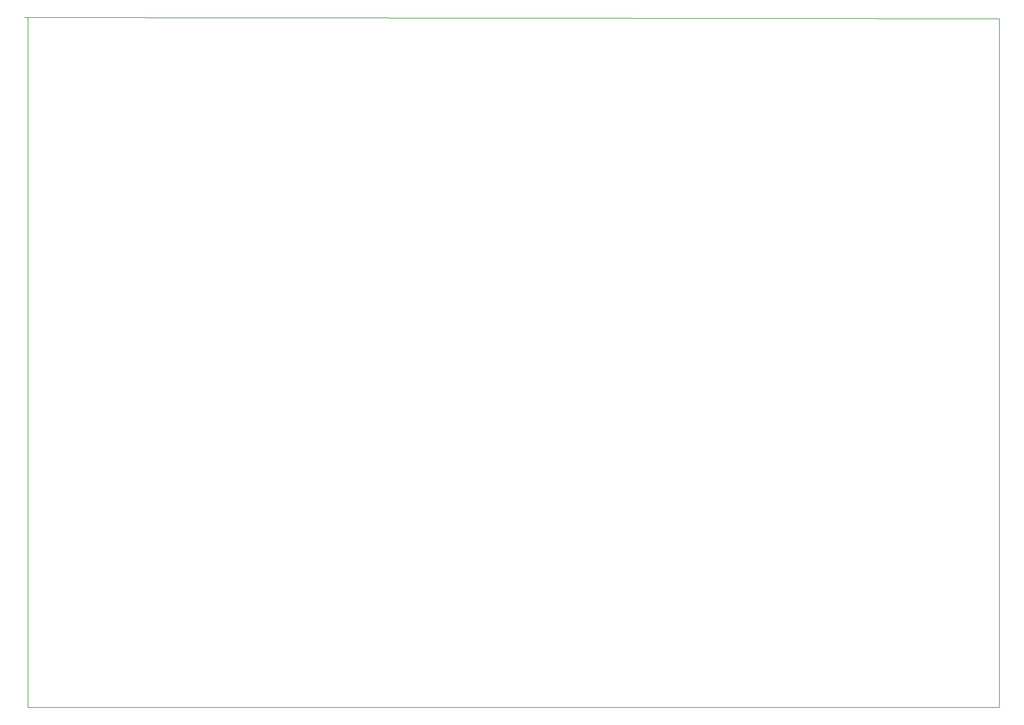
<source format=gbr>
G04 DipTrace 3.0.0.1*
G04 BoardOutline.gbr*
%MOIN*%
G04 #@! TF.FileFunction,Profile*
G04 #@! TF.Part,Single*
%ADD11C,0.005512*%
%FSLAX26Y26*%
G04*
G70*
G90*
G75*
G01*
G04 BoardOutline*
%LPD*%
X393701Y7600707D2*
D11*
X10576020Y7588206D1*
Y393701D1*
X431205D1*
Y7600707D1*
X393701D1*
M02*

</source>
